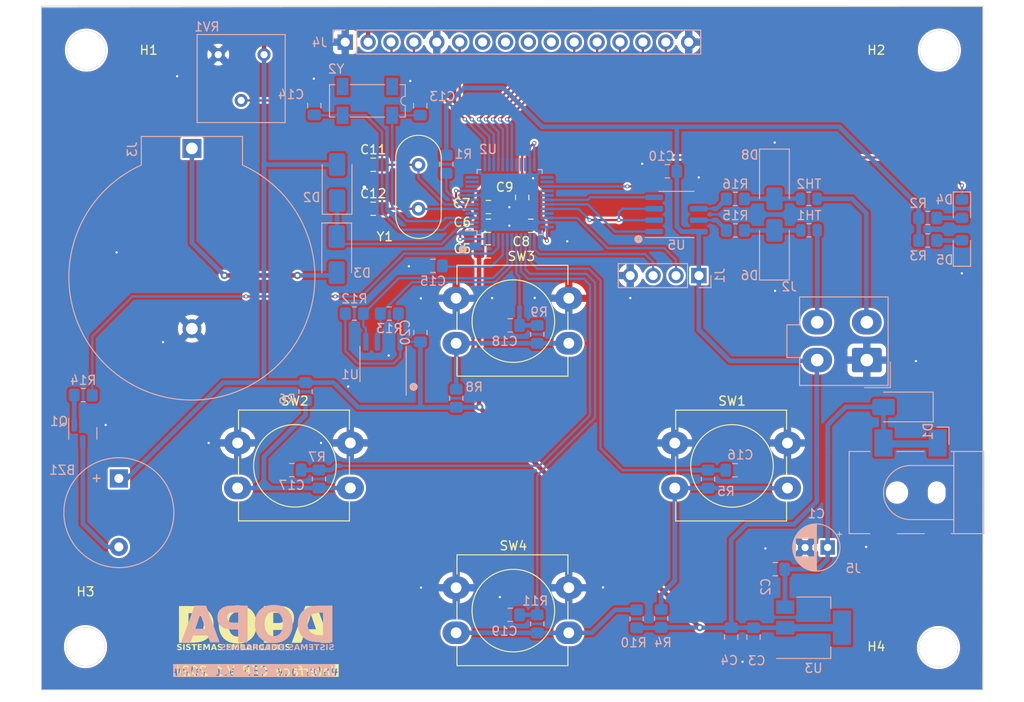
<source format=kicad_pcb>
(kicad_pcb (version 20221018) (generator pcbnew)
  (layers (0 "F.Cu" signal) (31 "B.Cu" signal) (34 "B.Paste" user) (35 "F.Paste" user) (36 "B.SilkS" user "B.Silkscreen") (37 "F.SilkS" user "F.Silkscreen") (38 "B.Mask" user) (39 "F.Mask" user) (44 "Edge.Cuts" user))
  (net 0 "")
  (net 1 "VDD")
  (net 2 "Net-(BZ1-+)")
  (net 3 "Net-(D1-A2)")
  (net 4 "GND")
  (net 5 "OSC1")
  (net 6 "OSC2")
  (net 7 "RTC1")
  (net 8 "RTC2")
  (net 9 "Net-(U2-BOOT0)")
  (net 10 "TCF")
  (net 11 "TVL")
  (net 12 "TCM")
  (net 13 "TBX")
  (net 14 "VBAT")
  (net 15 "Net-(D3-A)")
  (net 16 "/Mcu/LED_ON")
  (net 17 "Net-(D4-A)")
  (net 18 "Net-(D5-A)")
  (net 19 "Net-(D6-A2)")
  (net 20 "Net-(D8-A2)")
  (net 21 "/Mcu/SWDIO")
  (net 22 "/Mcu/SWCLK")
  (net 23 "Net-(J2-Pin_2)")
  (net 24 "Net-(J2-Pin_4)")
  (net 25 "/Mcu/V0")
  (net 26 "/Mcu/RS")
  (net 27 "/Mcu/EN")
  (net 32 "/Mcu/D4")
  (net 33 "/Mcu/D5")
  (net 34 "/Mcu/D6")
  (net 35 "/Mcu/D7")
  (net 36 "/Mcu/BLT")
  (net 37 "Net-(Q1-B)")
  (net 38 "/Mcu/NRST")
  (net 39 "Net-(R4-Pad2)")
  (net 40 "Net-(R6-Pad2)")
  (net 41 "Net-(R8-Pad2)")
  (net 42 "Net-(R10-Pad2)")
  (net 43 "SDA")
  (net 44 "SCL")
  (net 45 "/Mcu/BZ1")
  (net 46 "Net-(U5-B)")
  (net 47 "Net-(U5-A)")
  (net 59 "TX")
  (net 60 "RX")
  (net 61 "RSIO")
  (footprint "Capacitor_SMD:C_0805_2012Metric_Pad1.18x1.45mm_HandSolder" (layer "F.Cu") (at 150.03 83.142111 90)
    (fp_text reference "C9")
    (fp_text value "100nF")
  )
  (footprint "Capacitor_SMD:C_0805_2012Metric_Pad1.18x1.45mm_HandSolder" (layer "F.Cu") (at 133.51 79.522111)
    (fp_text reference "C11")
    (fp_text value "12pF")
  )
  (footprint "Capacitor_SMD:C_0805_2012Metric_Pad1.18x1.45mm_HandSolder" (layer "F.Cu") (at 146.28 86.292111 180)
    (fp_text reference "C6")
    (fp_text value "100nF")
  )
  (footprint "Capacitor_SMD:C_0805_2012Metric_Pad1.18x1.45mm_HandSolder" (layer "F.Cu") (at 146.28 89.132111 180)
    (fp_text reference "C5")
    (fp_text value "10uF")
  )
  (footprint "MountingHole:MountingHole_4.3mm_M4" (layer "F.Cu") (at 196.2 133)
    (fp_text reference "H4")
    (fp_text value "MountingHole_4.3mm_M4")
  )
  (footprint "Button_Switch_THT:SW_PUSH-12mm_Wuerth-430476085716" (layer "F.Cu") (at 142.7 126.462111)
    (fp_text reference "SW4")
    (fp_text value "TBX")
  )
  (footprint "MountingHole:MountingHole_4.3mm_M4" (layer "F.Cu") (at 101.6 133)
    (fp_text reference "H3")
    (fp_text value "MountingHole_4.3mm_M4")
  )
  (footprint "Button_Switch_THT:SW_PUSH-12mm_Wuerth-430476085716" (layer "F.Cu") (at 166.95 110.402111)
    (fp_text reference "SW1")
    (fp_text value "TCF")
  )
  (footprint "Capacitor_SMD:C_0805_2012Metric_Pad1.18x1.45mm_HandSolder" (layer "F.Cu") (at 146.28 84.212111 180)
    (fp_text reference "C7")
    (fp_text value "100nF")
  )
  (footprint "MountingHole:MountingHole_4.3mm_M4" (layer "F.Cu") (at 196.2 66.8)
    (fp_text reference "H2")
    (fp_text value "MountingHole_4.3mm_M4")
  )
  (footprint "Button_Switch_THT:SW_PUSH-12mm_Wuerth-430476085716" (layer "F.Cu") (at 118.47 110.392111)
    (fp_text reference "SW2")
    (fp_text value "TVL")
  )
  (footprint "Capacitor_SMD:C_0805_2012Metric_Pad1.18x1.45mm_HandSolder" (layer "F.Cu") (at 150.98 86.292111)
    (fp_text reference "C8")
    (fp_text value "100nF")
  )
  (footprint "MountingHole:MountingHole_4.3mm_M4" (layer "F.Cu") (at 101.6 66.8)
    (fp_text reference "H1")
    (fp_text value "MountingHole_4.3mm_M4")
  )
  (footprint "Crystal:Crystal_HC49-4H_Vertical" (layer "F.Cu") (at 138.53 79.532111 -90)
    (fp_text reference "Y1")
    (fp_text value "25Mhz")
  )
  (footprint "Button_Switch_THT:SW_PUSH-12mm_Wuerth-430476085716" (layer "F.Cu") (at 142.7 94.332111)
    (fp_text reference "SW3")
    (fp_text value "TCM")
  )
  (footprint "Capacitor_SMD:C_0805_2012Metric_Pad1.18x1.45mm_HandSolder" (layer "F.Cu") (at 133.51 84.402111)
    (fp_text reference "C12")
    (fp_text value "12pF")
  )
  (footprint "Resistor_SMD:R_0805_2012Metric_Pad1.20x1.40mm_HandSolder" (layer "B.Cu") (at 141.61 79.462111 90)
    (fp_text reference "R1")
    (fp_text value "10k")
  )
  (footprint "Resistor_SMD:R_0805_2012Metric_Pad1.20x1.40mm_HandSolder" (layer "B.Cu") (at 101.35 105.082111 180)
    (fp_text reference "R14")
    (fp_text value "470R")
  )
  (footprint "Package_TO_SOT_SMD:SOT-23" (layer "B.Cu") (at 101.3 109.332111 -90)
    (fp_text reference "Q1")
    (fp_text value "BC817")
  )
  (footprint "Crystal:Crystal_SMD_SeikoEpson_MC306-4Pin_8.0x3.2mm" (layer "B.Cu") (at 132.86 72.432111 180)
    (fp_text reference "Y2")
    (fp_text value "32khz")
  )
  (footprint "Resistor_SMD:R_0805_2012Metric_Pad1.20x1.40mm_HandSolder" (layer "B.Cu") (at 195 87.925)
    (fp_text reference "R3")
    (fp_text value "470R")
  )
  (footprint "Resistor_SMD:R_0805_2012Metric_Pad1.20x1.40mm_HandSolder" (layer "B.Cu") (at 135.3 96.042111)
    (fp_text reference "R13")
    (fp_text value "4k7")
  )
  (footprint "Diode_SMD:D_SMA" (layer "B.Cu") (at 178 81.292111 -90)
    (fp_text reference "D8")
    (fp_text value "SMAJ6.0CA")
  )
  (footprint "Resistor_SMD:R_0805_2012Metric_Pad1.20x1.40mm_HandSolder" (layer "B.Cu") (at 165.44 129.872111 90)
    (fp_text reference "R4")
    (fp_text value "10k")
  )
  (footprint "Capacitor_SMD:C_0805_2012Metric_Pad1.18x1.45mm_HandSolder" (layer "B.Cu") (at 173.63 113.422111 180)
    (fp_text reference "C16")
    (fp_text value "100nF")
  )
  (footprint "Package_QFP:LQFP-48_7x7mm_P0.5mm" (layer "B.Cu") (at 148.63 83.670388)
    (fp_text reference "U2")
    (fp_text value "STM32F103C8Tx")
  )
  (footprint "Capacitor_SMD:C_0805_2012Metric_Pad1.18x1.45mm_HandSolder" (layer "B.Cu") (at 126.97 72.952111 -90)
    (fp_text reference "C14")
    (fp_text value "4.3pF")
  )
  (footprint "Resistor_SMD:R_0805_2012Metric" (layer "B.Cu") (at 181.84 86.792111 180)
    (fp_text reference "TH1")
    (fp_text value "Thermistor_PTC")
  )
  (footprint "Capacitor_SMD:C_0805_2012Metric_Pad1.18x1.45mm_HandSolder" (layer "B.Cu") (at 148.7 129.472111)
    (fp_text reference "C19")
    (fp_text value "100nF")
  )
  (footprint "Potentiometer_THT:Potentiometer_Bourns_3386F_Vertical" (layer "B.Cu") (at 121.4 67.3 -90)
    (fp_text reference "RV1")
    (fp_text value "R_Potentiometer")
  )
  (footprint "Diode_SMD:D_SMA" (layer "B.Cu") (at 178 88.802111 90)
    (fp_text reference "D6")
    (fp_text value "SMAJ6.0CA")
  )
  (footprint "Connector_PinHeader_2.54mm:PinHeader_1x16_P2.54mm_Vertical" (layer "B.Cu") (at 130.4 65.907888 -90)
    (fp_text reference "J4")
    (fp_text value "Conn_01x16")
  )
  (footprint "Capacitor_SMD:C_0805_2012Metric_Pad1.18x1.45mm_HandSolder" (layer "B.Cu") (at 124.48 113.402111)
    (fp_text reference "C17")
    (fp_text value "100nF")
  )
  (footprint "Resistor_SMD:R_0805_2012Metric_Pad1.20x1.40mm_HandSolder" (layer "B.Cu") (at 173.67 83.312111 180)
    (fp_text reference "R16")
    (fp_text value "10R")
  )
  (footprint "Resistor_SMD:R_0805_2012Metric_Pad1.20x1.40mm_HandSolder" (layer "B.Cu") (at 173.67 86.802111 180)
    (fp_text reference "R15")
    (fp_text value "10R")
  )
  (footprint "Package_TO_SOT_SMD:SOT-223-3_TabPin2" (layer "B.Cu") (at 182.34 130.902111)
    (fp_text reference "U3")
    (fp_text value "LM1117MP-3.3")
  )
  (footprint "Capacitor_THT:CP_Radial_D5.0mm_P2.50mm" (layer "B.Cu") (at 183.905113 122 180)
    (fp_text reference "C1")
    (fp_text value "220x16")
  )
  (footprint "Diode_SMD:D_SMA" (layer "B.Cu") (at 192.1 106.4 180)
    (fp_text reference "D1")
    (fp_text value "SMAJ6.5CA")
  )
  (footprint "Connector_PinHeader_2.54mm:PinHeader_1x04_P2.54mm_Vertical" (layer "B.Cu") (at 169.63 91.822111 90)
    (fp_text reference "J1")
    (fp_text value "GRAV")
  )
  (footprint "Resistor_SMD:R_0805_2012Metric_Pad1.20x1.40mm_HandSolder" (layer "B.Cu") (at 195 85.425)
    (fp_text reference "R2")
    (fp_text value "470R")
  )
  (footprint "Diode_SMD:D_SMA" (layer "B.Cu") (at 129.5 81.499611 90)
    (fp_text reference "D2")
    (fp_text value "US1M")
  )
  (footprint "Battery:BatteryHolder_ComfortableElectronic_CH273-2450_1x2450" (layer "B.Cu") (at 113.4 77.710914 -90)
    (fp_text reference "J3")
    (fp_text value "CR2032")
  )
  (footprint "Connector_BarrelJack:BarrelJack_CLIFF_FC681465S_SMT_Horizontal" (layer "B.Cu") (at 193.1 115.9 180)
    (fp_text reference "J5")
    (fp_text value "Barrel_Jack_Switch_Pin3Ring")
  )
  (footprint "Diode_SMD:D_SMA" (layer "B.Cu") (at 129.46 89.492111 -90)
    (fp_text reference "D3")
    (fp_text value "US1M")
  )
  (footprint "Resistor_SMD:R_0805_2012Metric_Pad1.20x1.40mm_HandSolder" (layer "B.Cu") (at 127.49 114.392111 90)
    (fp_text reference "R7")
    (fp_text value "330r")
  )
  (footprint "Connector_Molex:Molex_Mini-Fit_Jr_5566-04A_2x02_P4.20mm_Vertical" (layer "B.Cu") (at 188.25 101.2 90)
    (fp_text reference "J2")
    (fp_text value "Conn_02x02_Odd_Even")
  )
  (footprint "Resistor_SMD:R_0805_2012Metric_Pad1.20x1.40mm_HandSolder" (layer "B.Cu") (at 142.72 105.432111 90)
    (fp_text reference "R8")
    (fp_text value "10k")
  )
  (footprint "Package_SO:SOIC-8_3.9x4.9mm_P1.27mm" (layer "B.Cu") (at 167.14 85.032111)
    (fp_text reference "U5")
    (fp_text value "SN75176AD")
  )
  (footprint "Buzzer_Beeper:Buzzer_12x9.5RM7.6" (layer "B.Cu") (at 105.3 114.332111 -90)
    (fp_text reference "BZ1")
    (fp_text value "Buzzer")
  )
  (footprint "Capacitor_SMD:C_0805_2012Metric_Pad1.18x1.45mm_HandSolder" (layer "B.Cu") (at 138.74 98.122111 -90)
    (fp_text reference "C20")
    (fp_text value "100nF")
  )
  (footprint "Resistor_SMD:R_0805_2012Metric_Pad1.20x1.40mm_HandSolder" (layer "B.Cu") (at 126 104.7 -90)
    (fp_text reference "R6")
    (fp_text value "10k")
  )
  (footprint "Capacitor_SMD:C_0805_2012Metric_Pad1.18x1.45mm_HandSolder" (layer "B.Cu") (at 178.1 124.4)
    (fp_text reference "C2")
    (fp_text value "100nF")
  )
  (footprint "Capacitor_SMD:C_0805_2012Metric_Pad1.18x1.45mm_HandSolder" (layer "B.Cu") (at 173.21 131.932111 90)
    (fp_text reference "C4")
    (fp_text value "100nF")
  )
  (footprint "Capacitor_SMD:C_0805_2012Metric_Pad1.18x1.45mm_HandSolder" (layer "B.Cu") (at 138.72 72.972111 -90)
    (fp_text reference "C13")
    (fp_text value "4.3pF")
  )
  (footprint "Resistor_SMD:R_0805_2012Metric_Pad1.20x1.40mm_HandSolder" (layer "B.Cu") (at 170.64 114.412111 90)
    (fp_text reference "R5")
    (fp_text value "330r")
  )
  (footprint "Capacitor_SMD:C_0805_2012Metric_Pad1.18x1.45mm_HandSolder" (layer "B.Cu") (at 175.69 131.942111 90)
    (fp_text reference "C3")
    (fp_text value "10uF")
  )
  (footprint "LED_SMD:LED_0805_2012Metric_Pad1.15x1.40mm_HandSolder" (layer "B.Cu") (at 198.8 84.4 -90)
    (fp_text reference "D4")
    (fp_text value "LED")
  )
  (footprint "Resistor_SMD:R_0805_2012Metric" (layer "B.Cu") (at 181.82 83.302111 180)
    (fp_text reference "TH2")
    (fp_text value "Thermistor_PTC")
  )
  (footprint "Resistor_SMD:R_0805_2012Metric_Pad1.20x1.40mm_HandSolder" (layer "B.Cu") (at 131.42 96.042111 180)
    (fp_text reference "R12")
    (fp_text value "4k7")
  )
  (footprint "Resistor_SMD:R_0805_2012Metric_Pad1.20x1.40mm_HandSolder" (layer "B.Cu") (at 162.72 129.912111 90)
    (fp_text reference "R10")
    (fp_text value "10k")
  )
  (footprint "Resistor_SMD:R_0805_2012Metric_Pad1.20x1.40mm_HandSolder" (layer "B.Cu") (at 151.7 98.342111 90)
    (fp_text reference "R9")
    (fp_text value "330r")
  )
  (footprint "Package_SO:SOIC-8_3.9x4.9mm_P1.27mm" (layer "B.Cu") (at 134.6 101.642111 90)
    (fp_text reference "U1")
    (fp_text value "24LC64")
  )
  (footprint "Capacitor_SMD:C_0805_2012Metric_Pad1.18x1.45mm_HandSolder" (layer "B.Cu") (at 148.7 97.342111)
    (fp_text reference "C18")
    (fp_text value "100nF")
  )
  (footprint "LED_SMD:LED_0805_2012Metric_Pad1.15x1.40mm_HandSolder" (layer "B.Cu") (at 198.8 88.925 90)
    (fp_text reference "D5")
    (fp_text value "LED")
  )
  (footprint "Capacitor_SMD:C_0805_2012Metric_Pad1.18x1.45mm_HandSolder" (layer "B.Cu") (at 140.14 90.742111)
    (fp_text reference "C15")
    (fp_text value "100nF")
  )
  (footprint "Capacitor_SMD:C_0805_2012Metric_Pad1.18x1.45mm_HandSolder" (layer "B.Cu") (at 166.14 80.242111)
    (fp_text reference "C10")
    (fp_text value "100nF")
  )
  (footprint "Resistor_SMD:R_0805_2012Metric_Pad1.20x1.40mm_HandSolder" (layer "B.Cu") (at 151.7 130.472111 90)
    (fp_text reference "R11")
    (fp_text value "330r")
  )
  (gr_circle (center 137.99 104.167888) (end 138.24 104.167888) (stroke (width 0.4)) (fill none) (layer "B.SilkS"))
  (gr_circle (center 143.44 88.907888) (end 143.69 88.907888) (stroke (width 0.4)) (fill none) (layer "B.SilkS"))
  (gr_circle (center 162.92 87.777888) (end 163.17 87.777888) (stroke (width 0.4)) (fill none) (layer "B.SilkS"))
  (gr_rect (start 96.7 61.932111) (end 201.12 137.802111) (stroke (width 0.1)) (fill none) (layer "Edge.Cuts"))
  (gr_text "DOPA" (at 129.5 133.2) (layer "B.SilkS") (effects (font (size 4 4) (thickness 0.15) bold) (justify left bottom mirror)))
  (gr_text "Interface CEP V.1 2024" (at 129.4 136.3) (layer "B.SilkS" knockout) (effects (font (size 1 1) (thickness 0.15) bold italic) (justify left bottom mirror)))
  (gr_text "SISTEMAS EMBARCADOS" (at 129.2 133.5) (layer "B.SilkS") (effects (font (size 0.65 0.65) (thickness 0.125) bold) (justify left bottom mirror)))
  (gr_text "DOPA" (at 111.45 133.25) (layer "F.SilkS") (effects (font (size 4 4) (thickness 0.15) bold) (justify left bottom)))
  (gr_text "SISTEMAS EMBARCADOS" (at 111.69 133.49) (layer "F.SilkS") (effects (font (size 0.65 0.65) (thickness 0.125) bold) (justify left bottom)))
  (gr_text "Interface CEP V.1 2024" (at 111.6 136.3) (layer "F.SilkS" knockout) (effects (font (size 1 1) (thickness 0.15) bold italic) (justify left bottom)))
  (segment (start 145.2425 82.689611) (end 145.8275 82.104611) (width 0.5) (layer "F.Cu") (net 1))
  (segment (start 151.32 77.122111) (end 151.35 77.122111) (width 0.25) (layer "F.Cu") (net 1))
  (segment (start 121.4 67.285) (end 121.4 66.147888) (width 0.5) (layer "F.Cu") (net 1))
  (segment (start 152.0175 86.292111) (end 152.0175 87.189611) (width 0.25) (layer "F.Cu") (net 1))
  (segment (start 143.97 86.292111) (end 143.16 87.102111) (width 0.25) (layer "F.Cu") (net 1))
  (segment (start 121.4 66.147888) (end 124.44 63.107888) (width 0.5) (layer "F.Cu") (net 1))
  (segment (start 150.03 82.104611) (end 150.03 78.412111) (width 0.25) (layer "F.Cu") (net 1))
  (segment (start 124.44 63.107888) (end 132.04 63.107888) (width 0.5) (layer "F.Cu") (net 1))
  (segment (start 169.72 130.882111) (end 145.2425 106.404611) (width 0.5) (layer "F.Cu") (net 1))
  (segment (start 143.56 84.212111) (end 142.69 83.342111) (width 0.25) (layer "F.Cu") (net 1))
  (segment (start 145.2425 86.292111) (end 145.2425 84.212111) (width 0.5) (layer "F.Cu") (net 1))
  (segment (start 150.03 78.412111) (end 151.32 77.122111) (width 0.25) (layer "F.Cu") (net 1))
  (segment (start 145.2425 106.404611) (end 145.2425 86.292111) (width 0.5) (layer "F.Cu") (net 1))
  (segment (start 142.69 83.342111) (end 142.69 82.422111) (width 0.25) (layer "F.Cu") (net 1))
  (segment (start 151.3525 82.104611) (end 152.0175 82.769611) (width 0.5) (layer "F.Cu") (net 1))
  (segment (start 145.8275 82.104611) (end 150.03 82.104611) (width 0.5) (layer "F.Cu") (net 1))
  (segment (start 145.2425 84.212111) (end 145.2425 82.689611) (width 0.5) (layer "F.Cu") (net 1))
  (segment (start 132.94 64.007888) (end 132.94 65.907888) (width 0.5) (layer "F.Cu") (net 1))
  (segment (start 145.2425 84.212111) (end 143.56 84.212111) (width 0.25) (layer "F.Cu") (net 1))
  (segment (start 150.03 82.104611) (end 151.3525 82.104611) (width 0.5) (layer "F.Cu") (net 1))
  (segment (start 132.04 63.107888) (end 132.94 64.007888) (width 0.5) (layer "F.Cu") (net 1))
  (segment (start 145.2425 86.292111) (end 143.97 86.292111) (width 0.25) (layer "F.Cu") (net 1))
  (segment (start 151.35 77.122111) (end 151.37 77.102111) (width 0.25) (layer "F.Cu") (net 1))
  (segment (start 143.16 87.102111) (end 143.16 87.762111) (width 0.25) (layer "F.Cu") (net 1))
  (segment (start 121.34 67.345) (end 121.4 67.285) (width 0.5) (layer "F.Cu") (net 1))
  (segment (start 152.0175 87.189611) (end 152.78 87.952111) (width 0.25) (layer "F.Cu") (net 1))
  (segment (start 152.0175 82.769611) (end 152.0175 86.292111) (width 0.5) (layer "F.Cu") (net 1))
  (via (at 145.31 106.412111) (size 0.8) (drill 0.4) (layers "F.Cu" "B.Cu") (net 1))
  (via (at 152.78 87.952111) (size 0.45) (drill 0.25) (layers "F.Cu" "B.Cu") (net 1))
  (via (at 143.16 87.762111) (size 0.45) (drill 0.25) (layers "F.Cu" "B.Cu") (net 1))
  (via (at 151.37 77.102111) (size 0.45) (drill 0.25) (layers "F.Cu" "B.Cu") (net 1))
  (via (at 142.69 82.422111) (size 0.45) (drill 0.25) (layers "F.Cu" "B.Cu") (net 1))
  (via (at 169.72 130.882111) (size 0.8) (drill 0.4) (layers "F.Cu" "B.Cu") (net 1))
  (segment (start 167.249223 75.307888) (end 167.1775 75.379611) (width 0.5) (layer "B.Cu") (net 1))
  (segment (start 173.22 130.904611) (end 173.21 130.894611) (width 0.5) (layer "B.Cu") (net 1))
  (segment (start 143.57 71.002111) (end 141.61 72.962111) (width 0.5) (layer "B.Cu") (net 1))
  (segment (start 142.69 82.422111) (end 144.4675 82.422111) (width 0.25) (layer "B.Cu") (net 1))
  (segment (start 173.21 130.894611) (end 173.21 121.122111) (width 0.5) (layer "B.Cu") (net 1))
  (segment (start 142.72 106.432111) (end 145.29 106.432111) (width 0.5) (layer "B.Cu") (net 1))
  (segment (start 167.73 86.942111) (end 167.735 86.937111) (width 0.5) (layer "B.Cu") (net 1))
  (segment (start 106.215777 114.332111) (end 104.9 114.332111) (width 0.5) (layer "B.Cu") (net 1))
  (segment (start 173.21 130.894611) (end 169.7325 130.894611) (width 0.5) (layer "B.Cu") (net 1))
  (segment (start 167.105777 75.307888) (end 152.24 75.307888) (width 0.5) (layer "B.Cu") (net 1))
  (segment (start 143.17 87.752111) (end 144.85 87.752111) (width 0.25) (layer "B.Cu") (net 1))
  (segment (start 152.78 87.952111) (end 152.78 86.434611) (width 0.25) (layer "B.Cu") (net 1))
  (segment (start 136.505 99.167111) (end 138.7325 99.167111) (width 0.25) (layer "B.Cu") (net 1))
  (segment (start 167.1775 80.242111) (end 167.1775 75.379611) (width 0.5) (layer "B.Cu") (net 1))
  (segment (start 129.5 79.499611) (end 121.36 79.499611) (width 0.5) (layer "B.Cu") (net 1))
  (segment (start 138.74 106.412111) (end 138.76 106.432111) (width 0.5) (layer "B.Cu") (net 1))
  (segment (start 167.1775 75.379611) (end 167.105777 75.307888) (width 0.5) (layer "B.Cu") (net 1))
  (segment (start 165.4 130.912111) (end 165.44 130.872111) (width 0.5) (layer "B.Cu") (net 1))
  (segment (start 169.615 97.817111) (end 173.08 101.282111) (width 0.5) (layer "B.Cu") (net 1))
  (segment (start 180.17 119.412111) (end 182.7 116.882111) (width 0.5) (layer "B.Cu") (net 1))
  (segment (start 130.42 100.202111) (end 131.79 101.572111) (width 0.25) (layer "B.Cu") (net 1))
  (segment (start 175.69 130.904611) (end 173.22 130.904611) (width 0.5) (layer "B.Cu") (net 1))
  (segment (start 167.735 86.937111) (end 169.615 86.937111) (width 0.5) (layer "B.Cu") (net 1))
  (segment (start 145.29 106.432111) (end 145.31 106.412111) (width 0.25) (layer "B.Cu") (net 1))
  (segment (start 151.37 79.499611) (end 151.38 79.509611) (width 0.25) (layer "B.Cu") (net 1))
  (segment (start 130.42 96.042111) (end 130.42 100.202111) (width 0.25) (layer "B.Cu") (net 1))
  (segment (start 129.1 103.7) (end 121.4 103.7) (width 0.5) (layer "B.Cu") (net 1))
  (segment (start 174.92 119.412111) (end 180.17 119.412111) (width 0.5) (layer "B.Cu") (net 1))
  (segment (start 142.72 106.432111) (end 138.76 106.432111) (width 0.5) (layer "B.Cu") (net 1))
  (segment (start 179.19 130.902111) (end 175.6925 130.902111) (width 0.5) (layer "B.Cu") (net 1))
  (segment (start 194 84.1) (end 185.207888 75.307888) (width 0.5) (layer "B.Cu") (net 1))
  (segment (start 141.61 72.962111) (end 141.61 78.462111) (width 0.5) (layer "B.Cu") (net 1))
  (segment (start 194 87.925) (end 194 85.425) (width 0.5) (layer "B.Cu") (net 1))
  (segment (start 136.3 96.042111) (end 136.3 97.032111) (width 0.25) (layer "B.Cu") (net 1))
  (segment (start 131.79 101.572111) (end 135.77 101.572111) (width 0.25) (layer "B.Cu") (net 1))
  (segment (start 185.207888 75.307888) (end 167.249223 75.307888) (width 0.5) (layer "B.Cu") (net 1))
  (segment (start 169.71 130.872111) (end 169.72 130.882111) (width 0.5) (layer "B.Cu") (net 1))
  (segment (start 121.38 103.7) (end 116.847888 103.7) (width 0.5) (layer "B.Cu") (net 1))
  (segment (start 121.38 101.907888) (end 121.38 79.519611) (width 0.5) (layer "B.Cu") (net 1))
  (segment (start 136.505 100.837111) (end 136.505 99.167111) (width 0.25) (layer "B.Cu") (net 1))
  (segment (start 152.78 86.434611) (end 152.7925 86.422111) (width 0.25) (layer "B.Cu") (net 1))
  (segment (start 106.215777 114.332111) (end 105.3 114.332111) (width 0.5) (layer "B.Cu") (net 1))
  (segment (start 173.08 101.282111) (end 182.667889 101.282111) (width 0.5) (layer "B.Cu") (net 1))
  (segment (start 136.505 97.237111) (end 136.505 99.167111) (width 0.25) (layer "B.Cu") (net 1))
  (segment (start 194 85.425) (end 194 84.1) (width 0.5) (layer "B.Cu") (net 1))
  (segment (start 144.85 87.752111) (end 145.7975 87.752111) (width 0.25) (layer "B.Cu") (net 1))
  (segment (start 138.7325 99.167111) (end 138.74 99.159611) (width 0.25) (layer "B.Cu") (net 1))
  (segment (start 182.7 101.25) (end 182.75 101.2) (width 0.5) (layer "B.Cu") (net 1))
  (segment (start 165.44 130.872111) (end 169.71 130.872111) (width 0.5) (layer "B.Cu") (net 1))
  (segment (start 151.37 77.102111) (end 151.37 79.499611) (width 0.25) (layer "B.Cu") (net 1))
  (segment (start 173.21 121.122111) (end 174.92 119.412111) (width 0.5) (layer "B.Cu") (net 1))
  (segment (start 169.615 86.937111) (end 169.615 97.817111) (width 0.5) (layer "B.Cu") (net 1))
  (segment (start 121.38 103.68) (end 121.38 101.907888) (width 0.5) (layer "B.Cu") (net 1))
  (segment (start 138.74 99.159611) (end 138.74 106.412111) (width 0.5) (layer "B.Cu") (net 1))
  (segment (start 116.847888 103.7) (end 106.215777 114.332111) (width 0.5) (layer "B.Cu") (net 1))
  (segment (start 152.24 75.307888) (end 147.934223 71.002111) (width 0.5) (layer "B.Cu") (net 1))
  (segment (start 121.4 103.7) (end 121.38 103.68) (width 0.5) (layer "B.Cu") (net 1))
  (segment (start 121.4 67.3) (end 121.4 79.499611) (width 0.5) (layer "B.Cu") (net 1))
  (segment (start 179.19 130.902111) (end 185.49 130.902111) (width 0.8) (layer "B.Cu") (net 1))
  (segment (start 121.38 101.907888) (end 121.38 103.7) (width 0.5) (layer "B.Cu") (net 1))
  (segment (start 167.1775 80.242111) (end 167.1775 86.389611) (width 0.5) (layer "B.Cu") (net 1))
  (segment (start 145.7975 87.752111) (end 145.88 87.834611) (width 0.25) (layer "B.Cu") (net 1))
  (segment (start 169.7325 130.894611) (end 169.72 130.882111) (width 0.5) (layer "B.Cu") (net 1))
  (segment (start 131.832111 106.432111) (end 129.1 103.7) (width 0.5) (layer "B.Cu") (net 1))
  (segment (start 138.76 106.432111) (end 131.832111 106.432111) (width 0.5) (layer "B.Cu") (net 1))
  (segment (start 135.77 101.572111) (end 136.505 100.837111) (width 0.25) (layer "B.Cu") (net 1))
  (segment (start 136.3 97.032111) (end 136.505 97.237111) (width 0.25) (layer "B.Cu") (net 1))
  (segment (start 121.4 79.499611) (end 121.38 79.519611) (width 0.5) (layer "B.Cu") (net 1))
  (segment (start 147.934223 71.002111) (end 143.57 71.002111) (width 0.5) (layer "B.Cu") (net 1))
  (segment (start 162.72 130.912111) (end 165.4 130.912111) (width 0.5) (layer "B.Cu") (net 1))
  (segment (start 167.1775 86.389611) (end 167.73 86.942111) (width 0.5) (layer "B.Cu") (net 1))
  (segment (start 175.6925 130.902111) (end 175.69 130.904611) (width 0.5) (layer "B.Cu") (net 1))
  (segment (start 121.38 79.519611) (end 121.36 79.499611) (width 0.5) (layer "B.Cu") (net 1))
  (segment (start 182.7 116.882111) (end 182.7 101.25) (width 0.5) (layer "B.Cu") (net 1))
  (segment (start 182.667889 101.282111) (end 182.75 101.2) (width 0.5) (layer "B.Cu") (net 1))
  (segment (start 103.9 121.932111) (end 105.3 121.932111) (width 0.5) (layer "B.Cu") (net 2))
  (segment (start 101.3 119.332111) (end 103.9 121.932111) (width 0.5) (layer "B.Cu") (net 2))
  (segment (start 101.3 110.269611) (end 101.3 119.332111) (width 0.5) (layer "B.Cu") (net 2))
  (segment (start 190.202111 110.502111) (end 190.1 110.4) (width 0.8) (layer "B.Cu") (net 3))
  (segment (start 179.17 128.582111) (end 179.19 128.602111) (width 0.5) (layer "B.Cu") (net 3))
  (segment (start 183.905113 111.226998) (end 183.905113 111.4) (width 0.5) (layer "B.Cu") (net 3))
  (segment (start 190.1 110.4) (end 190.1 106.4) (width 0.5) (layer "B.Cu") (net 3))
  (segment (start 182.8 124.4) (end 179.1375 124.4) (width 0.5) (layer "B.Cu") (net 3))
  (segment (start 196.1 110.4) (end 195.997889 110.502111) (width 0.8) (layer "B.Cu") (net 3))
  (segment (start 183.905113 111.4) (end 183.905113 123.294887) (width 0.5) (layer "B.Cu") (net 3))
  (segment (start 195.997889 110.502111) (end 190.202111 110.502111) (width 0.8) (layer "B.Cu") (net 3))
  (segment (start 183.905113 123.294887) (end 182.8 124.4) (width 0.5) (layer "B.Cu") (net 3))
  (segment (start 183.905113 108.394887) (end 183.905113 111.4) (width 0.5) (layer "B.Cu") (net 3))
  (segment (start 179.17 124.309611) (end 179.17 128.582111) (width 0.5) (layer "B.Cu") (net 3))
  (segment (start 190.1 106.4) (end 185.9 106.4) (width 0.5) (layer "B.Cu") (net 3))
  (segment (start 185.9 106.4) (end 183.905113 108.394887) (width 0.5) (layer "B.Cu") (net 3))
  (via (at 111.76 69.697888) (size 0.45) (drill 0.25) (layers "F.Cu" "B.Cu") (net 4))
  (via (at 130.73 104.127888) (size 0.45) (drill 0.25) (layers "F.Cu" "B.Cu") (net 4))
  (via (at 158.99 126.427888) (size 0.45) (drill 0.25) (layers "F.Cu" "B.Cu") (net 4))
  (via (at 177 122.1) (size 0.45) (drill 0.25) (layers "F.Cu" "B.Cu") (net 4))
  (via (at 138.79 94.347888) (size 0.45) (drill 0.25) (layers "F.Cu" "B.Cu") (net 4))
  (via (at 135.23 100.697888) (size 0.45) (drill 0.25) (layers "F.Cu" "B.Cu") (net 4))
  (via (at 198.79 91.570777) (size 0.45) (drill 0.25) (layers "F.Cu" "B.Cu") (net 4))
  (via (at 151.24 81.017888) (size 0.45) (drill 0.25) (layers "F.Cu" "B.Cu") (net 4))
  (via (at 174.47 134.677888) (size 0.45) (drill 0.25) (layers "F.Cu" "B.Cu") (net 4))
  (via (at 105.05 89.247888) (size 0.45) (drill 0.25) (layers "F.Cu" "B.Cu") (net 4))
  (via (at 193.7 101.307888) (size 0.45) (drill 0.25) (layers "F.Cu" "B.Cu") (net 4))
  (via (at 163.34 79.407888) (size 0.45) (drill 0.25) (layers "F.Cu" "B.Cu") (net 4))
  (via (at 137.62 70.217888) (size 0.45) (drill 0.25) (layers "F.Cu" "B.Cu") (net 4))
  (via (at 132.53 82.017888) (size 0.8) (drill 0.4) (layers "F.Cu" "B.Cu") (net 4))
  (via (at 138.81 126.447888) (size 0.45) (drill 0.25) (layers "F.Cu" "B.Cu") (net 4))
  (via (at 146.69 94.317888) (size 0.45) (drill 0.25) (layers "F.Cu" "B.Cu") (net 4))
  (via (at 115.26 110.397888) (size 0.45) (drill 0.25) (layers "F.Cu" "B.Cu") (net 4))
  (via (at 147.56 127.497888) (size 0.45) (drill 0.25) (layers "F.Cu" "B.Cu") (net 4))
  (via (at 169.61 80.927888) (size 0.45) (drill 0.25) (layers "F.Cu" "B.Cu") (net 4))
  (via (at 137.46 90.787888) (size 0.45) (drill 0.25) (layers "F.Cu" "B.Cu") (net 4))
  (via (at 103.84 108.397888) (size 0.45) (drill 0.25) (layers "F.Cu" "B.Cu") (net 4))
  (via (at 148.61 84.227888) (size 0.45) (drill 0.25) (layers "F.Cu" "B.Cu") (net 4))
  (via (at 162.02 94.307888) (size 0.45) (drill 0.25) (layers "F.Cu" "B.Cu") (net 4))
  (via (at 151.42 94.297888) (size 0.45) (drill 0.25) (layers "F.Cu" "B.Cu") (net 4))
  (via (at 178.03 77.057888) (size 0.45) (drill 0.25) (layers "F.Cu" "B.Cu") (net 4))
  (via (at 110.2 99.2) (size 0.45) (drill 0.25) (layers "F.Cu" "B.Cu") (net 4))
  (via (at 188.17 121.937888) (size 0.45) (drill 0.25) (layers "F.Cu" "B.Cu") (net 4))
  (via (at 126.92 69.967888) (size 0.45) (drill 0.25) (layers "F.Cu" "B.Cu") (net 4))
  (via (at 148.61 86.277888) (size 0.45) (drill 0.25) (layers "F.Cu" "B.Cu") (net 4))
  (via (at 127.72 110.387888) (size 0.45) (drill 0.25) (layers "F.Cu" "B.Cu") (net 4))
  (via (at 155.03 88.017888) (size 0.45) (drill 0.25) (layers "F.Cu" "B.Cu") (net 4))
  (via (at 178.07 93.507888) (size 0.45) (drill 0.25) (layers "F.Cu" "B.Cu") (net 4))
  (segment (start 134.5475 79.522111) (end 138.52 79.522111) (width 0.25) (layer "F.Cu") (net 5))
  (segment (start 138.52 79.522111) (end 138.53 79.532111) (width 0.25) (layer "F.Cu") (net 5))
  (segment (start 141.45 83.922111) (end 138.53 81.002111) (width 0.25) (layer "B.Cu") (net 5))
  (segment (start 144.4675 83.922111) (end 141.45 83.922111) (width 0.25) (layer "B.Cu") (net 5))
  (segment (start 138.53 81.002111) (end 138.53 79.532111) (width 0.25) (layer "B.Cu") (net 5))
  (segment (start 134.5475 84.402111) (end 138.52 84.402111) (width 0.25) (layer "F.Cu") (net 6))
  (segment (start 138.52 84.402111) (end 138.53 84.412111) (width 0.25) (layer "F.Cu") (net 6))
  (segment (start 138.54 84.422111) (end 138.53 84.412111) (width 0.25) (layer "B.Cu") (net 6))
  (segment (start 144.4675 84.422111) (end 138.54 84.422111) (width 0.25) (layer "B.Cu") (net 6))
  (segment (start 135.61 74.032111) (end 138.3725 74.032111) (width 0.25) (layer "B.Cu") (net 7))
  (segment (start 135.61 74.032111) (end 135.61 84.152111) (width 0.25) (layer "B.Cu") (net 7))
  (segment (start 141.53 85.422111) (end 144.4675 85.422111) (width 0.25) (layer "B.Cu") (net 7))
  (segment (start 137.23 85.772111) (end 141.18 85.772111) (width 0.25) (layer "B.Cu") (net 7))
  (segment (start 135.61 84.152111) (end 137.23 85.772111) (width 0.25) (layer "B.Cu") (net 7))
  (segment (start 141.18 85.772111) (end 141.53 85.422111) (width 0.25) (layer "B.Cu") (net 7))
  (segment (start 138.3725 74.032111) (end 138.4025 74.002111) (width 0.25) (layer "B.Cu") (net 7))
  (segment (start 130.11 74.032111) (end 132.67 74.032111) (width 0.25) (layer "B.Cu") (net 8))
  (segment (start 134.49 75.852111) (end 134.49 84.792111) (width 0.25) (layer "B.Cu") (net 8))
  (segment (start 141.27 86.732111) (end 142.08 85.922111) (width 0.25) (layer "B.Cu") (net 8))
  (segment (start 144.4675 85.922111) (end 142.08 85.922111) (width 0.25) (layer "B.Cu") (net 8))
  (segment (start 134.49 84.792111) (end 136.43 86.732111) (width 0.25) (layer "B.Cu") (net 8))
  (segment (start 132.67 74.032111) (end 134.49 75.852111) (width 0.25) (layer "B.Cu") (net 8))
  (segment (start 127.3375 74.032111) (end 130.11 74.032111) (width 0.25) (layer "B.Cu") (net 8))
  (segment (start 136.43 86.732111) (end 141.27 86.732111) (width 0.25) (layer "B.Cu") (net 8))
  (segment (start 141.4175 90.822111) (end 141.4175 90.232111) (width 0.25) (layer "B.Cu") (net 9))
  (segment (start 147.88 87.834611) (end 147.88 89.552111) (width 0.25) (layer "B.Cu") (net 9))
  (segment (start 146.61 90.822111) (end 141.4175 90.822111) (width 0.25) (layer "B.Cu") (net 9))
  (segment (start 147.88 89.552111) (end 146.61 90.822111) (width 0.25) (layer "B.Cu") (net 9))
  (segment (start 170.65 113.422111) (end 170.64 113.412111) (width 0.5) (layer "B.Cu") (net 10))
  (segment (start 158.71 92.352111) (end 158.71 110.982111) (width 0.25) (layer "B.Cu") (net 10))
  (segment (start 172.5925 113.422111) (end 170.65 113.422111) (width 0.5) (layer "B.Cu") (net 10))
  (segment (start 170.64 113.412111) (end 168.84 113.412111) (width 0.5) (layer "B.Cu") (net 10))
  (segment (start 150.88 87.834611) (end 150.88 90.232111) (width 0.25) (layer "B.Cu") (net 10))
  (segment (start 151.7 91.052111) (end 157.41 91.052111) (width 0.25) (layer "B.Cu") (net 10))
  (segment (start 161.14 113.412111) (end 168.84 113.412111) (width 0.25) (layer "B.Cu") (net 10))
  (segment (start 157.41 91.052111) (end 158.71 92.352111) (width 0.25) (layer "B.Cu") (net 10))
  (segment (start 150.88 90.232111) (end 151.7 91.052111) (width 0.25) (layer "B.Cu") (net 10))
  (segment (start 158.71 110.982111) (end 161.14 113.412111) (width 0.25) (layer "B.Cu") (net 10))
  (segment (start 156.88 92.182111) (end 150.69 92.182111) (width 0.25) (layer "B.Cu") (net 11))
  (segment (start 127.49 113.392111) (end 128.88 113.392111) (width 0.5) (layer "B.Cu") (net 11))
  (segment (start 128.88 113.392111) (end 129.34 112.932111) (width 0.5) (layer "B.Cu") (net 11))
  (segment (start 127.48 113.402111) (end 127.49 113.392111) (width 0.5) (layer "B.Cu") (net 11))
  (segment (start 151.94 112.932111) (end 157.55 107.322111) (width 0.25) (layer "B.Cu") (net 11))
  (segment (start 125.5175 113.402111) (end 127.48 113.402111) (width 0.5) (layer "B.Cu") (net 11))
  (segment (start 157.55 107.322111) (end 157.55 92.852111) (width 0.25) (layer "B.Cu") (net 11))
  (segment (start 129.84 112.932111) (end 151.94 112.932111) (width 0.25) (layer "B.Cu") (net 11))
  (segment (start 129.34 112.932111) (end 129.84 112.932111) (width 0.5) (layer "B.Cu") (net 11))
  (segment (start 149.88 91.372111) (end 149.88 87.834611) (width 0.25) (layer "B.Cu") (net 11))
  (segment (start 150.69 92.182111) (end 149.88 91.372111) (width 0.25) (layer "B.Cu") (net 11))
  (segment (start 157.55 92.852111) (end 156.88 92.182111) (width 0.25) (layer "B.Cu") (net 11))
  (segment (start 149.74 97.247809) (end 149.645698 97.342111) (width 0.25) (layer "B.Cu") (net 12))
  (segment (start 149.38 87.832888) (end 149.38 91.600309) (width 0.25) (layer "B.Cu") (net 12))
  (segment (start 149.74 95.307888) (end 149.74 97.247809) (width 0.25) (layer "B.Cu") (net 12))
  (segment (start 149.7375 95.310388) (end 149.74 95.307888) (width 0.5) (layer "B.Cu") (net 12))
  (segment (start 149.73 97.334611) (end 149.7375 97.342111) (width 0.25) (layer "B.Cu") (net 12))
  (segment (start 149.7375 97.342111) (end 149.7375 95.310388) (width 0.5) (layer "B.Cu") (net 12))
  (segment (start 149.38 91.600309) (end 149.74 91.960309) (width 0.25) (layer "B.Cu") (net 12))
  (segment (start 151.7 97.342111) (end 149.7375 97.342111) (width 0.5) (layer "B.Cu") (net 12))
  (segment (start 149.74 91.960309) (end 149.74 95.307888) (width 0.25) (layer "B.Cu") (net 12))
  (segment (start 150.38 87.834611) (end 150.38 91.122111) (width 0.25) (layer "B.Cu") (net 13))
  (segment (start 150.38 91.122111) (end 150.88 91.622111) (width 0.25) (layer "B.Cu") (net 13))
  (segment (start 157.14 91.622111) (end 158.11 92.592111) (width 0.25) (layer "B.Cu") (net 13))
  (segment (start 149.7375 129.472111) (end 151.7 129.472111) (width 0.5) (layer "B.Cu") (net 13))
  (segment (start 150.88 91.622111) (end 157.14 91.622111) (width 0.25) (layer "B.Cu") (net 13))
  (segment (start 158.11 107.582111) (end 151.7 113.992111) (width 0.25) (layer "B.Cu") (net 13))
  (segment (start 151.7 113.992111) (end 151.7 127.807888) (width 0.25) (layer "B.Cu") (net 13))
  (segment (start 158.11 92.592111) (end 158.11 107.582111) (width 0.25) (layer "B.Cu") (net 13))
  (segment (start 151.7 129.472111) (end 151.7 127.807888) (width 0.5) (layer "B.Cu") (net 13))
  (segment (start 142.98 86.422111) (end 144.4675 86.422111) (width 0.25) (layer "B.Cu") (net 14))
  (segment (start 141.094223 88.307888) (end 141.9 87.502111) (width 0.25) (layer "B.Cu") (net 14))
  (segment (start 129.5 87.452111) (end 129.46 87.492111) (width 0.5) (layer "B.Cu") (net 14))
  (segment (start 129.5 83.499611) (end 129.5 87.452111) (width 0.5) (layer "B.Cu") (net 14))
  (segment (start 130.275777 88.307888) (end 141.094223 88.307888) (width 0.25) (layer "B.Cu") (net 14))
  (segment (start 129.46 87.492111) (end 130.275777 88.307888) (width 0.25) (layer "B.Cu") (net 14))
  (segment (start 141.9 87.502111) (end 142.98 86.422111) (width 0.25) (layer "B.Cu") (net 14))
  (segment (start 117 91.8) (end 125.106976 91.8) (width 0.5) (layer "F.Cu") (net 15))
  (segment (start 125.106976 91.8) (end 125.109087 91.802111) (width 0.5) (layer "F.Cu") (net 15))
  (via (at 117 91.8) (size 0.8) (drill 0.4) (layers "F.Cu" "B.Cu") (net 15))
  (via (at 125.109087 91.802111) (size 0.8) (drill 0.4) (layers "F.Cu" "B.Cu") (net 15))
  (segment (start 129.15 91.802111) (end 129.46 91.492111) (width 0.5) (layer "B.Cu") (net 15))
  (segment (start 113.4 88.2) (end 117 91.8) (width 0.5) (layer "B.Cu") (net 15))
  (segment (start 113.4 77.710914) (end 113.4 88.2) (width 0.5) (layer "B.Cu") (net 15))
  (segment (start 125.109087 91.802111) (end 129.15 91.802111) (width 0.5) (layer "B.Cu") (net 15))
  (segment (start 165.357818 78.707888) (end 195.682888 78.707888) (width 0.25) (layer "F.Cu") (net 16))
  (segment (start 161.69 81.922111) (end 162.143595 81.922111) (width 0.25) (layer "F.Cu") (net 16))
  (segment (start 162.143595 81.922111) (end 165.357818 78.707888) (width 0.25) (layer "F.Cu") (net 16))
  (segment (start 195.682888 78.707888) (end 198.8 81.825) (width 0.25) (layer "F.Cu") (net 16))
  (via (at 161.69 81.922111) (size 0.45) (drill 0.25) (layers "F.Cu" "B.Cu") (net 16))
  (via (at 198.8 81.825) (size 0.45) (drill 0.25) (layers "F.Cu" "B.Cu") (net 16))
  (segment (start 161.7 81.932111) (end 161.69 81.922111) (width 0.25) (layer "B.Cu") (net 16))
  (segment (start 152.7925 81.922111) (end 161.69 81.922111) (width 0.25) (layer "B.Cu") (net 16))
  (segment (start 198.8 81.825) (end 198.8 83.375) (width 0.25) (layer "B.Cu") (net 16))
  (segment (start 196 85.425) (end 198.8 85.425) (width 0.5) (layer "B.Cu") (net 17))
  (segment (start 198.825 87.925) (end 198.8 87.9) (width 0.5) (layer "B.Cu") (net 18))
  (segment (start 196 87.925) (end 198.775 87.925) (width 0.5) (layer "B.Cu") (net 18))
  (segment (start 198.775 87.925) (end 198.8 87.9) (width 0.5) (layer "B.Cu") (net 18))
  (segment (start 178 86.802111) (end 180.9175 86.802111) (width 0.5) (layer "B.Cu") (net 19))
  (segment (start 180.9175 86.802111) (end 180.9275 86.792111) (width 0.5) (layer "B.Cu") (net 19))
  (segment (start 174.67 86.802111) (end 178 86.802111) (width 0.5) (layer "B.Cu") (net 19))
  (segment (start 177.98 83.312111) (end 178 83.292111) (width 0.5) (layer "B.Cu") (net 20))
  (segment (start 174.67 83.312111) (end 177.98 83.312111) (width 0.5) (layer "B.Cu") (net 20))
  (segment (start 178 83.292111) (end 180.8975 83.292111) (width 0.5) (layer "B.Cu") (net 20))
  (segment (start 180.8975 83.292111) (end 180.9075 83.302111) (width 0.5) (layer "B.Cu") (net 20))
  (segment (start 152.7925 85.422111) (end 156.15 85.422111) (width 0.25) (layer "B.Cu") (net 21))
  (segment (start 165.78 88.772111) (end 167.09 90.082111) (width 0.25) (layer "B.Cu") (net 21))
  (segment (start 167.09 90.082111) (end 167.09 91.822111) (width 0.25) (layer "B.Cu") (net 21))
  (segment (start 156.15 85.422111) (end 159.5 88.772111) (width 0.25) (layer "B.Cu") (net 21))
  (segment (start 159.5 88.772111) (end 165.78 88.772111) (width 0.25) (layer "B.Cu") (net 21))
  (segment (start 163.65 89.432111) (end 151.93 89.432111) (width 0.25) (layer "B.Cu") (net 22))
  (segment (start 151.38 88.882111) (end 151.38 87.834611) (width 0.25) (layer "B.Cu") (net 22))
  (segment (start 151.93 89.432111) (end 151.38 88.882111) (width 0.25) (layer "B.Cu") (net 22))
  (segment (start 164.55 90.332111) (end 163.65 89.432111) (width 0.25) (layer "B.Cu") (net 22))
  (segment (start 164.55 91.822111) (end 164.55 90.332111) (width 0.25) (layer "B.Cu") (net 22))
  (segment (start 186.602111 83.302111) (end 188.2 84.9) (width 0.5) (layer "B.Cu") (net 23))
  (segment (start 188.2 84.9) (end 188.2 96.95) (width 0.5) (layer "B.Cu") (net 23))
  (segment (start 188.2 96.95) (end 188.332111 97.082111) (width 0.5) (layer "B.Cu") (net 23))
  (segment (start 182.7325 83.302111) (end 186.602111 83.302111) (width 0.5) (layer "B.Cu") (net 23))
  (segment (start 182.7525 96.9025) (end 182.932111 97.082111) (width 0.5) (layer "B.Cu") (net 24))
  (segment (start 182.7525 86.792111) (end 182.7525 96.9025) (width 0.5) (layer "B.Cu") (net 24))
  (segment (start 122.167888 72.38) (end 125.74 68.807888) (width 0.25) (layer "F.Cu") (net 25))
  (segment (start 134.62 68.807888) (end 135.45 67.977888) (width 0.25) (layer "F.Cu") (net 25))
  (segment (start 135.54 65.967888) (end 135.48 65.907888) (width 0.25) (layer "F.Cu") (net 25))
  (segment (start 135.48 67.947888) (end 135.54 67.887888) (width 0.25) (layer "F.Cu") (net 25))
  (segment (start 125.74 68.807888) (end 134.62 68.807888) (width 0.25) (layer "F.Cu") (net 25))
  (segment (start 135.54 67.887888) (end 135.54 65.967888) (width 0.25) (layer "F.Cu") (net 25))
  (segment (start 118.86 72.38) (end 122.167888 72.38) (width 0.25) (layer "F.Cu") (net 25))
  (segment (start 143.67 74.472111) (end 138.02 68.822111) (width 0.25) (layer "F.Cu") (net 26))
  (segment (start 138.02 68.822111) (end 138.02 65.907888) (width 0.25) (layer "F.Cu") (net 26))
  (via (at 143.67 74.472111) (size 0.45) (drill 0.25) (layers "F.Cu" "B.Cu") (net 26))
  (segment (start 143.67 74.472111) (end 145.88 76.682111) (width 0.25) (layer "B.Cu") (net 26))
  (segment (start 145.88 76.682111) (end 145.88 79.509611) (width 0.25) (layer "B.Cu") (net 26))
  (segment (start 143.1 73.124999) (end 143.1 65.907888) (width 0.25) (layer "F.Cu") (net 27))
  (segment (start 144.438556 74.463555) (end 143.1 73.124999) (width 0.25) (layer "F.Cu") (net 27))
  (segment (start 144.438556 74.463555) (end 144.438556 74.450667) (width 0.25) (layer "F.Cu") (net 27))
  (via (at 144.438556 74.463555) (size 0.45) (drill 0.25) (layers "F.Cu" "B.Cu") (net 27))
  (segment (start 144.438556 74.463555) (end 146.38 76.404999) (width 0.25) (layer "B.Cu") (net 27))
  (segment (start 146.38 76.404999) (end 146.38 79.509611) (width 0.25) (layer "B.Cu") (net 27))
  (segment (start 155.8 67.547888) (end 155.8 65.907888) (width 0.25) (layer "F.Cu") (net 32))
  (segment (start 151.296829 68.407888) (end 154.94 68.407888) (width 0.25) (layer "F.Cu") (net 32))
  (segment (start 145.228415 74.476302) (end 151.296829 68.407888) (width 0.25) (layer "F.Cu") (net 32))
  (segment (start 154.94 68.407888) (end 155.8 67.547888) (width 0.25) (layer "F.Cu") (net 32))
  (via (at 145.228415 74.476302) (size 0.45) (drill 0.25) (layers "F.Cu" "B.Cu") (net 32))
  (segment (start 146.88 76.127887) (end 146.88 79.509611) (width 0.25) (layer "B.Cu") (net 32))
  (segment (start 145.228415 74.476302) (end 146.88 76.127887) (width 0.25) (layer "B.Cu") (net 32))
  (segment (start 158.34 67.507888) (end 158.34 65.907888) (width 0.25) (layer "F.Cu") (net 33))
  (segment (start 156.84 69.007888) (end 158.34 67.507888) (width 0.25) (layer "F.Cu") (net 33))
  (segment (start 151.475789 69.007888) (end 156.84 69.007888) (width 0.25) (layer "F.Cu") (net 33))
  (segment (start 146.006451 74.477226) (end 151.475789 69.007888) (width 0.25) (layer "F.Cu") (net 33))
  (via (at 146.006451 74.477226) (size 0.45) (drill 0.25) (layers "F.Cu" "B.Cu") (net 33))
  (segment (start 147.38 75.850775) (end 147.38 79.509611) (width 0.25) (layer "B.Cu") (net 33))
  (segment (start 146.006451 74.477226) (end 147.38 75.850775) (width 0.25) (layer "B.Cu") (net 33))
  (segment (start 146.786591 74.480255) (end 151.658958 69.607888) (width 0.25) (layer "F.Cu") (net 34))
  (segment (start 160.88 68.067888) (end 160.88 65.907888) (width 0.25) (layer "F.Cu") (net 34))
  (segment (start 159.34 69.607888) (end 160.88 68.067888) (width 0.25) (layer "F.Cu") (net 34))
  (segment (start 151.658958 69.607888) (end 159.34 69.607888) (width 0.25) (layer "F.Cu") (net 34))
  (via (at 146.786591 74.480255) (size 0.45) (drill 0.25) (layers "F.Cu" "B.Cu") (net 34))
  (segment (start 146.786591 74.480255) (end 147.88 75.573664) (width 0.25) (layer "B.Cu") (net 34))
  (segment (start 147.88 75.573664) (end 147.88 79.509611) (width 0.25) (layer "B.Cu") (net 34))
  (segment (start 161.54 70.207888) (end 163.44 68.307888) (width 0.25) (layer "F.Cu") (net 35))
  (segment (start 147.567431 74.483983) (end 151.843526 70.207888) (width 0.25) (layer "F.Cu") (net 35))
  (segment (start 163.44 68.307888) (end 163.42 68.287888) (width 0.25) (layer "F.Cu") (net 35))
  (segment (start 151.843526 70.207888) (end 161.54 70.207888) (width 0.25) (layer "F.Cu") (net 35))
  (segment (start 163.42 68.287888) (end 163.42 65.907888) (width 0.25) (layer "F.Cu") (net 35))
  (via (at 147.567431 74.483983) (size 0.45) (drill 0.25) (layers "F.Cu" "B.Cu") (net 35))
  (segment (start 147.567431 74.483983) (end 148.38 75.296552) (width 0.25) (layer "B.Cu") (net 35))
  (segment (start 148.38 75.296552) (end 148.38 79.509611) (width 0.25) (layer "B.Cu") (net 35))
  (segment (start 148.35 74.482111) (end 148.365777 74.482111) (width 0.25) (layer "F.Cu") (net 36))
  (segment (start 148.365777 74.482111) (end 152.04 70.807888) (width 0.25) (layer "F.Cu") (net 36))
  (segment (start 164.04 70.807888) (end 165.96 68.887888) (width 0.25) (layer "F.Cu") (net 36))
  (segment (start 165.96 68.887888) (end 165.96 65.907888) (width 0.25) (layer "F.Cu") (net 36))
  (segment (start 152.04 70.807888) (end 164.04 70.807888) (width 0.25) (layer "F.Cu") (net 36))
  (via (at 148.35 74.482111) (size 0.45) (drill 0.25) (layers "F.Cu" "B.Cu") (net 36))
  (segment (start 148.88 75.012111) (end 148.88 79.509611) (width 0.25) (layer "B.Cu") (net 36))
  (segment (start 148.35 74.482111) (end 148.88 75.012111) (width 0.25) (layer "B.Cu") (net 36))
  (segment (start 100.35 105.082111) (end 100.35 108.394611) (width 0.5) (layer "B.Cu") (net 37))
  (segment (start 144.4675 83.422111) (end 142.62 83.422111) (width 0.25) (layer "B.Cu") (net 38))
  (segment (start 141.61 82.412111) (end 141.61 80.462111) (width 0.25) (layer "B.Cu") (net 38))
  (segment (start 142.62 83.422111) (end 141.61 82.412111) (width 0.25) (layer "B.Cu") (net 38))
  (segment (start 170.63 115.402111) (end 170.64 115.412111) (width 0.5) (layer "B.Cu") (net 39))
  (segment (start 166.95 115.402111) (end 170.63 115.402111) (width 0.5) (layer "B.Cu") (net 39))
  (segment (start 166.95 125.697888) (end 165.44 127.207888) (width 0.5) (layer "B.Cu") (net 39))
  (segment (start 170.64 115.412111) (end 179.44 115.412111) (width 0.5) (layer "B.Cu") (net 39))
  (segment (start 166.95 115.402111) (end 166.95 125.697888) (width 0.5) (layer "B.Cu") (net 39))
  (segment (start 179.44 115.412111) (end 179.45 115.402111) (width 0.5) (layer "B.Cu") (net 39))
  (segment (start 165.44 127.207888) (end 165.44 128.872111) (width 0.5) (layer "B.Cu") (net 39))
  (segment (start 121.38 111.92) (end 121.38 114.567888) (width 0.5) (layer "B.Cu") (net 40))
  (segment (start 121.38 114.567888) (end 121.38 114.632111) (width 0.5) (layer "B.Cu") (net 40))
  (segment (start 121.38 114.567888) (end 120.555777 115.392111) (width 0.5) (layer "B.Cu") (net 40))
  (segment (start 121.38 114.567888) (end 121.38 115.352111) (width 0.5) (layer "B.Cu") (net 40))
  (segment (start 122.14 115.392111) (end 127.49 115.392111) (width 0.5) (layer "B.Cu") (net 40))
  (segment (start 121.38 114.632111) (end 122.14 115.392111) (width 0.5) (layer "B.Cu") (net 40))
  (segment (start 118.47 115.392111) (end 121.34 115.392111) (width 0.5) (layer "B.Cu") (net 40))
  (segment (start 126 105.7) (end 126 107.3) (width 0.5) (layer "B.Cu") (net 40))
  (segment (start 126 107.3) (end 121.38 111.92) (width 0.5) (layer "B.Cu") (net 40))
  (segment (start 127.49 115.392111) (end 130.97 115.392111) (width 0.5) (layer "B.Cu") (net 40))
  (segment (start 120.555777 115.392111) (end 118.47 115.392111) (width 0.5) (layer "B.Cu") (net 40))
  (segment (start 121.34 115.392111) (end 122.14 115.392111) (width 0.5) (layer "B.Cu") (net 40))
  (segment (start 121.38 115.352111) (end 121.34 115.392111) (width 0.5) (layer "B.Cu") (net 40))
  (segment (start 151.71 99.332111) (end 151.7 99.342111) (width 0.5) (layer "B.Cu") (net 41))
  (segment (start 142.7 99.332111) (end 155.2 99.332111) (width 0.5) (layer "B.Cu") (net 41))
  (segment (start 155.2 99.332111) (end 151.71 99.332111) (width 0.5) (layer "B.Cu") (net 41))
  (segment (start 142.72 99.352111) (end 142.7 99.332111) (width 0.5) (layer "B.Cu") (net 41))
  (segment (start 142.72 104.432111) (end 142.72 99.352111) (width 0.5) (layer "B.Cu") (net 41))
  (segment (start 162.72 128.912111) (end 160.32 128.912111) (width 0.5) (layer "B.Cu") (net 42))
  (segment (start 157.77 131.462111) (end 155.2 131.462111) (width 0.5) (layer "B.Cu") (net 42))
  (segment (start 142.7 131.462111) (end 151.69 131.462111) (width 0.5) (layer "B.Cu") (net 42))
  (segment (start 155.19 131.472111) (end 155.2 131.462111) (width 0.5) (layer "B.Cu") (net 42))
  (segment (start 160.32 128.912111) (end 157.77 131.462111) (width 0.5) (layer "B.Cu") (net 42))
  (segment (start 151.69 131.462111) (end 151.7 131.472111) (width 0.5) (layer "B.Cu") (net 42))
  (segment (start 151.7 131.472111) (end 155.19 131.472111) (width 0.5) (layer "B.Cu") (net 42))
  (segment (start 132.42 97.412111) (end 132.695 97.687111) (width 0.25) (layer "B.Cu") (net 43))
  (segment (start 132.42 96.042111) (end 132.42 97.412111) (width 0.25) (layer "B.Cu") (net 43))
  (segment (start 132.71 99.152111) (end 132.695 99.167111) (width 0.25) (layer "B.Cu") (net 43))
  (segment (start 132.42 96.042111) (end 132.695 96.317111) (width 0.25) (layer "B.Cu") (net 43))
  (segment (start 132.695 97.687111) (end 132.695 99.167111) (width 0.25) (layer "B.Cu") (net 43))
  (segment (start 148.38 90.522111) (end 146.8 92.102111) (width 0.25) (layer "B.Cu") (net 43))
  (segment (start 132.4 96.042111) (end 132.42 96.042111) (width 0.25) (layer "B.Cu") (net 43))
  (segment (start 148.38 87.834611) (end 148.38 90.522111) (width 0.25) (layer "B.Cu") (net 43))
  (segment (start 146.8 92.102111) (end 136.36 92.102111) (width 0.25) (layer "B.Cu") (net 43))
  (segment (start 136.36 92.102111) (end 132.42 96.042111) (width 0.25) (layer "B.Cu") (net 43))
  (segment (start 148.88 90.658507) (end 146.986396 92.552111) (width 0.25) (layer "B.Cu") (net 44))
  (segment (start 137.79 92.552111) (end 134.3 96.042111) (width 0.25) (layer "B.Cu") (net 44))
  (segment (start 134.3 96.042111) (end 134.3 97.402111) (width 0.25) (layer "B.Cu") (net 44))
  (segment (start 146.986396 92.552111) (end 137.79 92.552111) (width 0.25) (layer "B.Cu") (net 44))
  (segment (start 148.88 87.834611) (end 148.88 90.658507) (width 0.25) (layer "B.Cu") (net 44))
  (segment (start 133.965 97.737111) (end 133.965 99.167111) (width 0.25) (layer "B.Cu") (net 44))
  (segment (start 134.3 97.402111) (end 133.965 97.737111) (width 0.25) (layer "B.Cu") (net 44))
  (segment (start 119.4 94.132111) (end 129.3 94.132111) (width 0.25) (layer "F.Cu") (net 45))
  (via (at 129.3 94.132111) (size 0.45) (drill 0.25) (layers "F.Cu" "B.Cu") (net 45))
  (via (at 119.4 94.132111) (size 0.45) (drill 0.25) (layers "F.Cu" "B.Cu") (net 45))
  (segment (start 147.38 87.834611) (end 147.38 88.639875) (width 0.25) (layer "B.Cu") (net 45))
  (segment (start 132.21 94.132111) (end 129.33 94.132111) (width 0.25) (layer "B.Cu") (net 45))
  (segment (start 146.73 89.382111) (end 136.96 89.382111) (width 0.25) (layer "B.Cu") (net 45))
  (segment (start 102.35 98.582111) (end 106.8 94.132111) (width 0.25) (layer "B.Cu") (net 45))
  (segment (start 147.38 88.732111) (end 146.73 89.382111) (width 0.25) (layer "B.Cu") (net 45))
  (segment (start 136.96 89.382111) (end 132.21 94.132111) (width 0.25) (layer "B.Cu") (net 45))
  (segment (start 106.8 94.132111) (end 119.4 94.132111) (width 0.25) (layer "B.Cu") (net 45))
  (segment (start 129.33 94.132111) (end 129.31 94.112111) (width 0.25) (layer "B.Cu") (net 45))
  (segment (start 147.38 87.834611) (end 147.38 88.732111) (width 0.25) (layer "B.Cu") (net 45))
  (segment (start 102.35 105.082111) (end 102.35 98.582111) (width 0.25) (layer "B.Cu") (net 45))
  (segment (start 172.5975 86.669611) (end 172.5975 86.792111) (width 0.25) (layer "B.Cu") (net 46))
  (segment (start 171.595 85.667111) (end 172.67 86.742111) (width 0.5) (layer "B.Cu") (net 46))
  (segment (start 169.615 85.667111) (end 171.25 85.667111) (width 0.25) (layer "B.Cu") (net 46))
  (segment (start 172.67 86.742111) (end 172.67 86.802111) (width 0.5) (layer "B.Cu") (net 46))
  (segment (start 171.595 85.667111) (end 171.25 85.667111) (width 0.5) (layer "B.Cu") (net 46))
  (segment (start 169.615 84.397111) (end 171.25 84.397111) (width 0.25) (layer "B.Cu") (net 47))
  (segment (start 171.585 84.397111) (end 172.67 83.312111) (width 0.5) (layer "B.Cu") (net 47))
  (segment (start 171.585 84.397111) (end 171.25 84.397111) (width 0.5) (layer "B.Cu") (net 47))
  (segment (start 164.665 83.127111) (end 157.595 83.127111) (width 0.25) (layer "B.Cu") (net 59))
  (segment (start 157.595 83.127111) (end 157.3 83.422111) (width 0.25) (layer "B.Cu") (net 59))
  (segment (start 157.3 83.422111) (end 152.7925 83.422111) (width 0.25) (layer "B.Cu") (net 59))
  (segment (start 157.32 83.922111) (end 160.335 86.937111) (width 0.25) (layer "B.Cu") (net 60))
  (segment (start 152.7925 83.922111) (end 157.32 83.922111) (width 0.25) (layer "B.Cu") (net 60))
  (segment (start 160.335 86.937111) (end 164.665 86.937111) (width 0.25) (layer "B.Cu") (net 60))
  (segment (start 160.75 85.652111) (end 157.51 85.652111) (width 0.25) (layer "F.Cu") (net 61))
  (via (at 157.51 85.652111) (size 0.45) (drill 0.25) (layers "F.Cu" "B.Cu") (net 61))
  (via (at 160.75 85.652111) (size 0.45) (drill 0.25) (layers "F.Cu" "B.Cu") (net 61))
  (segment (start 164.665 84.397111) (end 161.150777 84.397111) (width 0.25) (layer "B.Cu") (net 61))
  (segment (start 156.28 84.422111) (end 152.7925 84.422111) (width 0.25) (layer "B.Cu") (net 61))
  (segment (start 160.765 85.667111) (end 160.75 85.652111) (width 0.25) (layer "B.Cu") (net 61))
  (segment (start 160.75 84.817888) (end 160.75 85.652111) (width 0.25) (layer "B.Cu") (net 61))
  (segment (start 160.74 84.807888) (end 160.75 84.817888) (width 0.25) (layer "B.Cu") (net 61))
  (segment (start 164.665 85.667111) (end 160.765 85.667111) (width 0.25) (layer "B.Cu") (net 61))
  (segment (start 157.51 85.652111) (end 156.28 84.422111) (width 0.25) (layer "B.Cu") (net 61))
  (segment (start 161.150777 84.397111) (end 160.74 84.807888) (width 0.25) (layer "B.Cu") (net 61))
  (zone (net 4) (net_name "GND") (layers "F&B.Cu") (connect_pads thru_hole_only (clearance 0.25)) (min_thickness 0.25) (fill yes (thermal_gap 0.5) (thermal_bridge_width 0.8))
    (polygon (pts (xy 96.74 62.067888) (xy 96.74 137.767888) (xy 201.04 137.867888) (xy 201.1 62)))
  )
)
</source>
